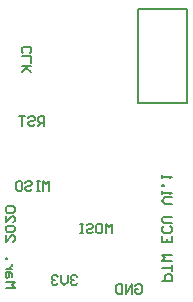
<source format=gbo>
%FSDAX24Y24*%
%MOIN*%
%SFA1B1*%

%IPPOS*%
%ADD12C,0.007900*%
%ADD13C,0.006000*%
%LNptw_ecu_cp_v1.0-1*%
%LPD*%
G54D12*
X016244Y018244D02*
Y021394D01*
X017898Y018244D02*
Y021394D01*
X016244Y018244D02*
X017898D01*
X016244Y021394D02*
X017898D01*
G54D13*
X014226Y012448D02*
X014173Y012501D01*
X014066*
X014013Y012448*
Y012394*
X014066Y012341*
X014120*
X014066*
X014013Y012288*
Y012234*
X014066Y012181*
X014173*
X014226Y012234*
X013906Y012501D02*
Y012288D01*
X013800Y012181*
X013693Y012288*
Y012501*
X013587Y012448D02*
X013533Y012501D01*
X013427*
X013373Y012448*
Y012394*
X013427Y012341*
X013480*
X013427*
X013373Y012288*
Y012234*
X013427Y012181*
X013533*
X013587Y012234*
X016159Y012152D02*
X016212Y012206D01*
X016319*
X016372Y012152*
Y011939*
X016319Y011886*
X016212*
X016159Y011939*
Y012046*
X016265*
X016052Y011886D02*
Y012206D01*
X015839Y011886*
Y012206*
X015732D02*
Y011886D01*
X015572*
X015519Y011939*
Y012152*
X015572Y012206*
X015732*
X013301Y015321D02*
Y015641D01*
X013195Y015534*
X013088Y015641*
Y015321*
X012981Y015641D02*
X012875D01*
X012928*
Y015321*
X012981*
X012875*
X012501Y015587D02*
X012555Y015641D01*
X012661*
X012715Y015587*
Y015534*
X012661Y015481*
X012555*
X012501Y015428*
Y015374*
X012555Y015321*
X012661*
X012715Y015374*
X012235Y015641D02*
X012341D01*
X012395Y015587*
Y015374*
X012341Y015321*
X012235*
X012182Y015374*
Y015587*
X012235Y015641*
X015388Y013904D02*
Y014223D01*
X015281Y014117*
X015175Y014223*
Y013904*
X014908Y014223D02*
X015015D01*
X015068Y014170*
Y013957*
X015015Y013904*
X014908*
X014855Y013957*
Y014170*
X014908Y014223*
X014535Y014170D02*
X014588Y014223D01*
X014695*
X014748Y014170*
Y014117*
X014695Y014063*
X014588*
X014535Y014010*
Y013957*
X014588Y013904*
X014695*
X014748Y013957*
X014428Y014223D02*
X014321D01*
X014375*
Y013904*
X014428*
X014321*
X012424Y019911D02*
X012371Y019964D01*
Y020071*
X012424Y020124*
X012638*
X012691Y020071*
Y019964*
X012638Y019911*
X012371Y019804D02*
X012691D01*
Y019591*
X012371Y019484D02*
X012691D01*
X012584*
X012371Y019271*
X012531Y019431*
X012691Y019271*
X013134Y017486D02*
Y017806D01*
X012974*
X012921Y017753*
Y017646*
X012974Y017593*
X013134*
X013027D02*
X012921Y017486D01*
X012601Y017753D02*
X012654Y017806D01*
X012761*
X012814Y017753*
Y017699*
X012761Y017646*
X012654*
X012601Y017593*
Y017540*
X012654Y017486*
X012761*
X012814Y017540*
X012494Y017806D02*
X012281D01*
X012387*
Y017486*
X017051Y012329D02*
X017371D01*
Y012489*
X017318Y012542*
X017211*
X017158Y012489*
Y012329*
X017371Y012649D02*
Y012862D01*
Y012755*
X017051*
X017371Y012969D02*
X017051D01*
X017158Y013075*
X017051Y013182*
X017371*
Y013822D02*
Y013608D01*
X017051*
Y013822*
X017211Y013608D02*
Y013715D01*
X017318Y014141D02*
X017371Y014088D01*
Y013982*
X017318Y013928*
X017105*
X017051Y013982*
Y014088*
X017105Y014141*
X017371Y014248D02*
X017105D01*
X017051Y014301*
Y014408*
X017105Y014461*
X017371*
Y014888D02*
X017158D01*
X017051Y014995*
X017158Y015101*
X017371*
X017051Y015208D02*
Y015314D01*
Y015261*
X017371*
X017318Y015208*
X017051Y015474D02*
X017105D01*
Y015528*
X017051*
Y015474*
Y015741D02*
Y015848D01*
Y015794*
X017371*
X017318Y015741*
X011835Y012083D02*
X012155D01*
X012048Y012189*
X012155Y012296*
X011835*
X012048Y012456D02*
Y012563D01*
X011995Y012616*
X011835*
Y012456*
X011888Y012403*
X011941Y012456*
Y012616*
X012048Y012722D02*
X011835D01*
X011941*
X011995Y012776*
X012048Y012829*
Y012882*
X011835Y013042D02*
X011888D01*
Y013096*
X011835*
Y013042*
Y013842D02*
Y013629D01*
X012048Y013842*
X012101*
X012155Y013789*
Y013682*
X012101Y013629*
Y013949D02*
X012155Y014002D01*
Y014109*
X012101Y014162*
X011888*
X011835Y014109*
Y014002*
X011888Y013949*
X012101*
X011835Y014482D02*
Y014269D01*
X012048Y014482*
X012101*
X012155Y014429*
Y014322*
X012101Y014269*
Y014589D02*
X012155Y014642D01*
Y014748*
X012101Y014802*
X011888*
X011835Y014748*
Y014642*
X011888Y014589*
X012101*
M02*
</source>
